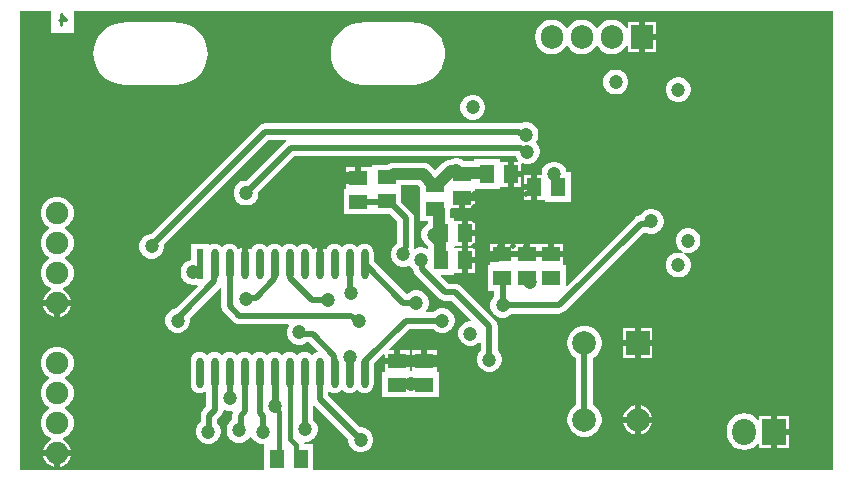
<source format=gbl>
G04*
G04 #@! TF.GenerationSoftware,Altium Limited,Altium Designer,22.2.1 (43)*
G04*
G04 Layer_Physical_Order=4*
G04 Layer_Color=16711680*
%FSLAX25Y25*%
%MOIN*%
G70*
G04*
G04 #@! TF.SameCoordinates,3A658960-9040-4E96-AE8A-DEED508C0D5D*
G04*
G04*
G04 #@! TF.FilePolarity,Positive*
G04*
G01*
G75*
%ADD10C,0.00984*%
%ADD15C,0.00866*%
%ADD20R,0.06300X0.05000*%
%ADD23R,0.05000X0.06300*%
%ADD52C,0.07874*%
%ADD53R,0.07874X0.07874*%
%ADD60C,0.01968*%
%ADD61C,0.03937*%
%ADD62C,0.01575*%
%ADD63C,0.02362*%
%ADD66R,0.07874X0.08661*%
%ADD67O,0.07874X0.08661*%
%ADD68O,0.07480X0.07874*%
%ADD69R,0.07480X0.07874*%
%ADD70C,0.07480*%
%ADD71C,0.01968*%
%ADD72C,0.04724*%
%ADD73R,0.02389X0.10228*%
G04:AMPARAMS|DCode=74|XSize=102.28mil|YSize=23.89mil|CornerRadius=11.95mil|HoleSize=0mil|Usage=FLASHONLY|Rotation=270.000|XOffset=0mil|YOffset=0mil|HoleType=Round|Shape=RoundedRectangle|*
%AMROUNDEDRECTD74*
21,1,0.10228,0.00000,0,0,270.0*
21,1,0.07839,0.02389,0,0,270.0*
1,1,0.02389,0.00000,-0.03919*
1,1,0.02389,0.00000,0.03919*
1,1,0.02389,0.00000,0.03919*
1,1,0.02389,0.00000,-0.03919*
%
%ADD74ROUNDEDRECTD74*%
G36*
X470133Y81048D02*
X296854D01*
Y89567D01*
X294034D01*
X293839Y89921D01*
X294139Y90354D01*
X294639D01*
X295690Y90636D01*
X296633Y91180D01*
X297402Y91950D01*
X297947Y92893D01*
X298228Y93944D01*
Y95032D01*
X297947Y96084D01*
X297402Y97026D01*
X296795Y97633D01*
Y102110D01*
X297295Y102317D01*
X308465Y91148D01*
Y90401D01*
X308746Y89349D01*
X309291Y88407D01*
X310060Y87637D01*
X311003Y87093D01*
X312054Y86811D01*
X313143D01*
X314194Y87093D01*
X315137Y87637D01*
X315906Y88407D01*
X316451Y89349D01*
X316732Y90401D01*
Y91489D01*
X316451Y92541D01*
X315906Y93483D01*
X315137Y94253D01*
X314194Y94797D01*
X313143Y95079D01*
X312396D01*
X301717Y105758D01*
Y106801D01*
X302217Y107048D01*
X302441Y106876D01*
X303163Y106577D01*
X303937Y106475D01*
X304711Y106577D01*
X305433Y106876D01*
X306053Y107351D01*
X306187Y107526D01*
X306687D01*
X306821Y107351D01*
X307441Y106876D01*
X308163Y106577D01*
X308937Y106475D01*
X309711Y106577D01*
X310433Y106876D01*
X311053Y107351D01*
X311187Y107526D01*
X311687D01*
X311822Y107351D01*
X312441Y106876D01*
X313163Y106577D01*
X313937Y106475D01*
X314711Y106577D01*
X315433Y106876D01*
X316053Y107351D01*
X316528Y107971D01*
X316827Y108692D01*
X316929Y109467D01*
Y116147D01*
X320191Y119410D01*
X320653Y119218D01*
Y118386D01*
X323803D01*
Y120886D01*
X322321D01*
X322129Y121348D01*
X328710Y127929D01*
X336697D01*
X337226Y127401D01*
X338168Y126857D01*
X339219Y126575D01*
X340308D01*
X341359Y126857D01*
X342302Y127401D01*
X343072Y128170D01*
X343616Y129113D01*
X343898Y130164D01*
Y131253D01*
X343616Y132304D01*
X343072Y133247D01*
X342302Y134017D01*
X341359Y134561D01*
X340308Y134843D01*
X339219D01*
X338168Y134561D01*
X337226Y134017D01*
X336697Y133488D01*
X334476D01*
X334285Y133950D01*
X334410Y134076D01*
X334955Y135019D01*
X335236Y136070D01*
Y137158D01*
X334955Y138210D01*
X334410Y139152D01*
X333641Y139922D01*
X332698Y140466D01*
X331647Y140748D01*
X330558D01*
X329507Y140466D01*
X328564Y139922D01*
X328036Y139394D01*
X327907D01*
X316929Y150372D01*
Y153352D01*
X316827Y154127D01*
X316528Y154848D01*
X316053Y155468D01*
X315433Y155943D01*
X314711Y156242D01*
X313937Y156344D01*
X313163Y156242D01*
X312441Y155943D01*
X311822Y155468D01*
X311687Y155293D01*
X311187D01*
X311053Y155468D01*
X310433Y155943D01*
X309711Y156242D01*
X308937Y156344D01*
X308163Y156242D01*
X307441Y155943D01*
X306821Y155468D01*
X306687Y155293D01*
X306187D01*
X306053Y155468D01*
X305433Y155943D01*
X304711Y156242D01*
X303937Y156344D01*
X303163Y156242D01*
X302441Y155943D01*
X301821Y155468D01*
X301346Y154848D01*
X301282Y154693D01*
X300718Y154638D01*
X300519Y154935D01*
X299937Y155324D01*
Y149433D01*
X297937D01*
Y155324D01*
X297355Y154935D01*
X297156Y154638D01*
X296592Y154693D01*
X296528Y154848D01*
X296053Y155468D01*
X295433Y155943D01*
X294711Y156242D01*
X293937Y156344D01*
X293163Y156242D01*
X292441Y155943D01*
X291822Y155468D01*
X291687Y155293D01*
X291187D01*
X291053Y155468D01*
X290433Y155943D01*
X289711Y156242D01*
X288937Y156344D01*
X288163Y156242D01*
X287441Y155943D01*
X286822Y155468D01*
X286687Y155293D01*
X286187D01*
X286053Y155468D01*
X285433Y155943D01*
X284711Y156242D01*
X283937Y156344D01*
X283163Y156242D01*
X282441Y155943D01*
X281821Y155468D01*
X281687Y155293D01*
X281187D01*
X281053Y155468D01*
X280433Y155943D01*
X279711Y156242D01*
X278937Y156344D01*
X278163Y156242D01*
X277441Y155943D01*
X276821Y155468D01*
X276346Y154848D01*
X276282Y154693D01*
X275718Y154638D01*
X275519Y154935D01*
X274937Y155324D01*
Y149433D01*
X272937D01*
Y155324D01*
X272355Y154935D01*
X272156Y154638D01*
X271592Y154693D01*
X271528Y154848D01*
X271053Y155468D01*
X270433Y155943D01*
X269711Y156242D01*
X268937Y156344D01*
X268163Y156242D01*
X267441Y155943D01*
X266822Y155468D01*
X266687Y155293D01*
X266187D01*
X266053Y155468D01*
X265433Y155943D01*
X264711Y156242D01*
X263937Y156344D01*
X263163Y156242D01*
X262441Y155943D01*
X262352Y155875D01*
X261903Y156096D01*
Y156319D01*
X255971D01*
Y150937D01*
X255097Y150703D01*
X254155Y150158D01*
X253385Y149389D01*
X252841Y148446D01*
X252559Y147395D01*
Y146306D01*
X252841Y145255D01*
X253385Y144312D01*
X254155Y143543D01*
X255097Y142998D01*
X255971Y142764D01*
Y142548D01*
X258042D01*
X258233Y142086D01*
X250987Y134840D01*
X250979Y134829D01*
X249979Y134561D01*
X249037Y134017D01*
X248267Y133247D01*
X247723Y132304D01*
X247441Y131253D01*
Y130164D01*
X247723Y129113D01*
X248267Y128170D01*
X249037Y127401D01*
X249979Y126857D01*
X251031Y126575D01*
X252119D01*
X253170Y126857D01*
X254113Y127401D01*
X254883Y128170D01*
X255427Y129113D01*
X255709Y130164D01*
Y131253D01*
X255614Y131605D01*
X265657Y141648D01*
X266157Y141440D01*
Y135394D01*
X266252Y134674D01*
X266530Y134004D01*
X266971Y133428D01*
X270082Y130318D01*
X270657Y129876D01*
X271328Y129598D01*
X272047Y129504D01*
X288353D01*
X288641Y129004D01*
X288274Y128367D01*
X287992Y127316D01*
Y126227D01*
X288274Y125176D01*
X288818Y124233D01*
X289588Y123464D01*
X290530Y122919D01*
X291582Y122638D01*
X292670D01*
X293722Y122919D01*
X294664Y123464D01*
X294665Y123465D01*
X295439D01*
X298247Y120657D01*
X298049Y120148D01*
X297441Y119896D01*
X296821Y119421D01*
X296687Y119245D01*
X296187D01*
X296053Y119421D01*
X295433Y119896D01*
X294711Y120195D01*
X293937Y120297D01*
X293163Y120195D01*
X292441Y119896D01*
X291822Y119421D01*
X291687Y119245D01*
X291187D01*
X291053Y119421D01*
X290433Y119896D01*
X289711Y120195D01*
X288937Y120297D01*
X288163Y120195D01*
X287441Y119896D01*
X286822Y119421D01*
X286687Y119245D01*
X286187D01*
X286053Y119421D01*
X285433Y119896D01*
X284711Y120195D01*
X283937Y120297D01*
X283163Y120195D01*
X282441Y119896D01*
X281821Y119421D01*
X281687Y119245D01*
X281187D01*
X281053Y119421D01*
X280433Y119896D01*
X279711Y120195D01*
X278937Y120297D01*
X278163Y120195D01*
X277441Y119896D01*
X276821Y119421D01*
X276687Y119245D01*
X276187D01*
X276053Y119421D01*
X275433Y119896D01*
X274711Y120195D01*
X273937Y120297D01*
X273163Y120195D01*
X272441Y119896D01*
X271821Y119421D01*
X271687Y119245D01*
X271187D01*
X271053Y119421D01*
X270433Y119896D01*
X269711Y120195D01*
X268937Y120297D01*
X268163Y120195D01*
X267441Y119896D01*
X266822Y119421D01*
X266687Y119245D01*
X266187D01*
X266053Y119421D01*
X265433Y119896D01*
X264711Y120195D01*
X263937Y120297D01*
X263163Y120195D01*
X262441Y119896D01*
X261822Y119421D01*
X261687Y119245D01*
X261187D01*
X261053Y119421D01*
X260433Y119896D01*
X259711Y120195D01*
X258937Y120297D01*
X258163Y120195D01*
X257441Y119896D01*
X256821Y119421D01*
X256346Y118801D01*
X256047Y118079D01*
X255945Y117305D01*
Y109467D01*
X256047Y108692D01*
X256346Y107971D01*
X256821Y107351D01*
X257441Y106876D01*
X258163Y106577D01*
X258937Y106475D01*
X259711Y106577D01*
X260433Y106876D01*
X260657Y107048D01*
X261157Y106801D01*
Y102096D01*
X260042Y100981D01*
X259601Y100406D01*
X259323Y99735D01*
X259228Y99016D01*
Y96964D01*
X258503Y96239D01*
X257959Y95296D01*
X257677Y94245D01*
Y93157D01*
X257959Y92105D01*
X258503Y91163D01*
X259273Y90393D01*
X260215Y89849D01*
X261267Y89567D01*
X262355D01*
X263407Y89849D01*
X264349Y90393D01*
X265119Y91163D01*
X265663Y92105D01*
X265945Y93157D01*
Y94245D01*
X265663Y95296D01*
X265119Y96239D01*
X264788Y96570D01*
Y97864D01*
X265902Y98979D01*
X266344Y99555D01*
X266622Y100225D01*
X266679Y100655D01*
X267198Y100932D01*
X267302Y100872D01*
X268353Y100591D01*
X269442D01*
X269757Y100675D01*
X269790Y100654D01*
X270096Y100248D01*
X269890Y99751D01*
X269795Y99031D01*
Y97567D01*
X269509Y97402D01*
X268739Y96633D01*
X268195Y95690D01*
X267913Y94639D01*
Y93550D01*
X268195Y92499D01*
X268739Y91556D01*
X269509Y90787D01*
X270452Y90242D01*
X271503Y89961D01*
X272591D01*
X273643Y90242D01*
X274586Y90787D01*
X275355Y91556D01*
X275592Y91967D01*
X275701Y91999D01*
X276159Y91949D01*
X276613Y91163D01*
X277383Y90393D01*
X278326Y89849D01*
X279377Y89567D01*
X280311D01*
Y81048D01*
X199159D01*
X199159Y233912D01*
X209489D01*
Y226575D01*
X217126D01*
Y233912D01*
X470133D01*
X470133Y81048D01*
D02*
G37*
%LPC*%
G36*
X396299Y230953D02*
X394860Y230764D01*
X393519Y230208D01*
X392368Y229325D01*
X391595Y228317D01*
X391460Y228277D01*
X391138D01*
X391003Y228317D01*
X390230Y229325D01*
X389079Y230208D01*
X387738Y230764D01*
X386299Y230953D01*
X384860Y230764D01*
X383520Y230208D01*
X382368Y229325D01*
X381595Y228317D01*
X381460Y228277D01*
X381138D01*
X381003Y228317D01*
X380230Y229325D01*
X379079Y230208D01*
X377738Y230764D01*
X376299Y230953D01*
X374860Y230764D01*
X373519Y230208D01*
X372368Y229325D01*
X371485Y228173D01*
X370929Y226833D01*
X370740Y225394D01*
Y225000D01*
X370929Y223561D01*
X371485Y222220D01*
X372368Y221069D01*
X373519Y220185D01*
X374860Y219630D01*
X376299Y219441D01*
X377738Y219630D01*
X379079Y220185D01*
X380230Y221069D01*
X381003Y222076D01*
X381138Y222117D01*
X381460D01*
X381595Y222076D01*
X382368Y221069D01*
X383520Y220185D01*
X384860Y219630D01*
X386299Y219441D01*
X387738Y219630D01*
X389079Y220185D01*
X390230Y221069D01*
X391003Y222076D01*
X391138Y222117D01*
X391460D01*
X391595Y222076D01*
X392368Y221069D01*
X393519Y220185D01*
X394860Y219630D01*
X396299Y219441D01*
X397738Y219630D01*
X399079Y220185D01*
X400230Y221069D01*
X401059Y222149D01*
X401559Y222097D01*
Y220260D01*
X405299D01*
Y225197D01*
Y230134D01*
X401559D01*
Y228296D01*
X401059Y228245D01*
X400230Y229325D01*
X399079Y230208D01*
X397738Y230764D01*
X396299Y230953D01*
D02*
G37*
G36*
X411039Y230134D02*
X407299D01*
Y226197D01*
X411039D01*
Y230134D01*
D02*
G37*
G36*
Y224197D02*
X407299D01*
Y220260D01*
X411039D01*
Y224197D01*
D02*
G37*
G36*
X330315Y230072D02*
X312992D01*
X312888Y230051D01*
X311369Y229932D01*
X309786Y229552D01*
X308282Y228929D01*
X306894Y228078D01*
X305656Y227021D01*
X304599Y225783D01*
X303748Y224395D01*
X303125Y222891D01*
X302745Y221308D01*
X302618Y219685D01*
X302745Y218062D01*
X303125Y216479D01*
X303748Y214975D01*
X304599Y213587D01*
X305656Y212349D01*
X306894Y211292D01*
X308282Y210441D01*
X309786Y209818D01*
X311369Y209438D01*
X312888Y209319D01*
X312992Y209298D01*
X330315D01*
X330419Y209319D01*
X331938Y209438D01*
X333521Y209818D01*
X335025Y210441D01*
X336413Y211292D01*
X337651Y212349D01*
X338708Y213587D01*
X339559Y214975D01*
X340182Y216479D01*
X340562Y218062D01*
X340689Y219685D01*
X340562Y221308D01*
X340182Y222891D01*
X339559Y224395D01*
X338708Y225783D01*
X337651Y227021D01*
X336413Y228078D01*
X335025Y228929D01*
X333521Y229552D01*
X331938Y229932D01*
X330419Y230051D01*
X330315Y230072D01*
D02*
G37*
G36*
X251181D02*
X233858D01*
X233754Y230051D01*
X232235Y229932D01*
X230652Y229552D01*
X229148Y228929D01*
X227760Y228078D01*
X226522Y227021D01*
X225465Y225783D01*
X224615Y224395D01*
X223991Y222891D01*
X223611Y221308D01*
X223484Y219685D01*
X223611Y218062D01*
X223991Y216479D01*
X224615Y214975D01*
X225465Y213587D01*
X226522Y212349D01*
X227760Y211292D01*
X229148Y210441D01*
X230652Y209818D01*
X232235Y209438D01*
X233754Y209319D01*
X233858Y209298D01*
X251181D01*
X251285Y209319D01*
X252804Y209438D01*
X254387Y209818D01*
X255891Y210441D01*
X257279Y211292D01*
X258517Y212349D01*
X259574Y213587D01*
X260425Y214975D01*
X261048Y216479D01*
X261428Y218062D01*
X261556Y219685D01*
X261428Y221308D01*
X261048Y222891D01*
X260425Y224395D01*
X259574Y225783D01*
X258517Y227021D01*
X257279Y228078D01*
X255891Y228929D01*
X254387Y229552D01*
X252804Y229932D01*
X251285Y230051D01*
X251181Y230072D01*
D02*
G37*
G36*
X398182Y214370D02*
X397094D01*
X396042Y214088D01*
X395100Y213544D01*
X394330Y212774D01*
X393786Y211832D01*
X393504Y210781D01*
Y209692D01*
X393786Y208641D01*
X394330Y207698D01*
X395100Y206928D01*
X396042Y206384D01*
X397094Y206102D01*
X398182D01*
X399233Y206384D01*
X400176Y206928D01*
X400946Y207698D01*
X401490Y208641D01*
X401772Y209692D01*
Y210781D01*
X401490Y211832D01*
X400946Y212774D01*
X400176Y213544D01*
X399233Y214088D01*
X398182Y214370D01*
D02*
G37*
G36*
X419048Y211815D02*
X417960D01*
X416908Y211533D01*
X415966Y210989D01*
X415196Y210219D01*
X414652Y209277D01*
X414370Y208225D01*
Y207137D01*
X414652Y206085D01*
X415196Y205143D01*
X415966Y204373D01*
X416908Y203829D01*
X417960Y203547D01*
X419048D01*
X420099Y203829D01*
X421042Y204373D01*
X421812Y205143D01*
X422356Y206085D01*
X422638Y207137D01*
Y208225D01*
X422356Y209277D01*
X421812Y210219D01*
X421042Y210989D01*
X420099Y211533D01*
X419048Y211815D01*
D02*
G37*
G36*
X350545Y205909D02*
X349456D01*
X348405Y205628D01*
X347462Y205083D01*
X346692Y204314D01*
X346148Y203371D01*
X345866Y202320D01*
Y201231D01*
X346148Y200180D01*
X346692Y199237D01*
X347462Y198468D01*
X348405Y197924D01*
X349456Y197642D01*
X350545D01*
X351596Y197924D01*
X352539Y198468D01*
X353308Y199237D01*
X353853Y200180D01*
X354134Y201231D01*
Y202320D01*
X353853Y203371D01*
X353308Y204314D01*
X352539Y205083D01*
X351596Y205628D01*
X350545Y205909D01*
D02*
G37*
G36*
X368248Y196836D02*
X367159D01*
X366108Y196554D01*
X365830Y196394D01*
X365172Y196481D01*
X280709D01*
X279989Y196386D01*
X279319Y196108D01*
X278743Y195666D01*
X242723Y159646D01*
X242369D01*
X241318Y159364D01*
X240375Y158820D01*
X239605Y158050D01*
X239061Y157107D01*
X238779Y156056D01*
Y154968D01*
X239061Y153916D01*
X239605Y152974D01*
X240375Y152204D01*
X241318Y151660D01*
X242369Y151378D01*
X243458D01*
X244509Y151660D01*
X245452Y152204D01*
X246221Y152974D01*
X246765Y153916D01*
X247047Y154968D01*
Y156056D01*
X247036Y156097D01*
X281860Y190921D01*
X287582D01*
X287752Y190421D01*
X287405Y190155D01*
X274612Y177362D01*
X273865D01*
X272814Y177081D01*
X271871Y176536D01*
X271101Y175767D01*
X270557Y174824D01*
X270276Y173773D01*
Y172684D01*
X270557Y171633D01*
X271101Y170690D01*
X271871Y169921D01*
X272814Y169376D01*
X273865Y169095D01*
X274954D01*
X276005Y169376D01*
X276948Y169921D01*
X277717Y170690D01*
X278262Y171633D01*
X278543Y172684D01*
Y173431D01*
X290522Y185409D01*
X364260D01*
X364802Y184470D01*
X365094Y184178D01*
X364887Y183678D01*
X363661D01*
Y180528D01*
X366161D01*
Y182844D01*
X366661Y183116D01*
X367566Y182874D01*
X368654D01*
X369706Y183156D01*
X370649Y183700D01*
X371418Y184470D01*
X371962Y185412D01*
X372244Y186464D01*
Y187552D01*
X371962Y188603D01*
X371418Y189546D01*
X370906Y190058D01*
X371011Y190164D01*
X371556Y191106D01*
X371837Y192158D01*
Y193246D01*
X371556Y194298D01*
X371011Y195240D01*
X370242Y196010D01*
X369299Y196554D01*
X368248Y196836D01*
D02*
G37*
G36*
X345032Y184843D02*
X343944D01*
X342893Y184561D01*
X342473Y184319D01*
X341586Y184202D01*
X340676Y183825D01*
X339895Y183226D01*
X337402Y180732D01*
X335939Y182195D01*
X335157Y182795D01*
X334248Y183171D01*
X333271Y183300D01*
X323622D01*
X322646Y183171D01*
X321736Y182795D01*
X321588Y182681D01*
X316338D01*
Y182143D01*
X315961Y181846D01*
X315838Y181846D01*
X312811D01*
Y178347D01*
X311811D01*
Y177347D01*
X307661D01*
Y175118D01*
X307661Y174846D01*
X307256Y174618D01*
X306889D01*
Y166075D01*
X316733D01*
Y166138D01*
X322250D01*
X324779Y163609D01*
Y156379D01*
X324233Y156064D01*
X323464Y155294D01*
X322920Y154351D01*
X322638Y153300D01*
Y152212D01*
X322920Y151160D01*
X323464Y150218D01*
X324233Y149448D01*
X325176Y148904D01*
X326227Y148622D01*
X327316D01*
X328367Y148904D01*
X328839Y149176D01*
X329255Y148457D01*
X330025Y147687D01*
X330172Y147602D01*
X330243Y147061D01*
X330521Y146391D01*
X330962Y145815D01*
X338586Y138192D01*
X339161Y137750D01*
X339832Y137472D01*
X340551Y137378D01*
X342943D01*
X349309Y131012D01*
X349102Y130512D01*
X348668D01*
X347617Y130230D01*
X346674Y129686D01*
X345905Y128916D01*
X345360Y127974D01*
X345079Y126922D01*
Y125834D01*
X345360Y124782D01*
X345905Y123840D01*
X346674Y123070D01*
X347617Y122526D01*
X348668Y122244D01*
X349757D01*
X350808Y122526D01*
X351751Y123070D01*
X352232Y123551D01*
X352732Y123344D01*
Y120783D01*
X352204Y120255D01*
X351660Y119312D01*
X351378Y118261D01*
Y117172D01*
X351660Y116121D01*
X352204Y115178D01*
X352974Y114409D01*
X353916Y113864D01*
X354968Y113583D01*
X356056D01*
X357107Y113864D01*
X358050Y114409D01*
X358820Y115178D01*
X359364Y116121D01*
X359646Y117172D01*
Y118261D01*
X359364Y119312D01*
X358820Y120255D01*
X358292Y120783D01*
Y128740D01*
X358197Y129460D01*
X357919Y130130D01*
X357477Y130706D01*
X346060Y142123D01*
X345484Y142565D01*
X344814Y142842D01*
X344094Y142937D01*
X341703D01*
X339236Y145404D01*
X339427Y145866D01*
X343579D01*
Y146232D01*
X343807Y146637D01*
X344079Y146637D01*
X346307D01*
Y150787D01*
Y154937D01*
X344079D01*
X343912Y154937D01*
X343695Y155315D01*
X343912Y155693D01*
X344079Y155693D01*
X346307D01*
Y159843D01*
Y163993D01*
X344079D01*
X343807Y163993D01*
X343579Y164398D01*
Y164764D01*
X342535D01*
X342420Y165642D01*
X342355Y165796D01*
Y167516D01*
X342346Y167590D01*
X342666Y168090D01*
X345457D01*
Y171591D01*
X346457D01*
Y172591D01*
X350607D01*
Y174606D01*
X358933D01*
Y174972D01*
X359161Y175378D01*
X359433Y175378D01*
X361661D01*
Y179528D01*
Y183678D01*
X359433D01*
X359161Y183678D01*
X358933Y184083D01*
Y184449D01*
X350390D01*
Y183862D01*
X347181D01*
X347026Y184017D01*
X346084Y184561D01*
X345032Y184843D01*
D02*
G37*
G36*
X310811Y181846D02*
X307661D01*
Y179347D01*
X310811D01*
Y181846D01*
D02*
G37*
G36*
X369409Y179347D02*
X366910D01*
Y176197D01*
X369409D01*
Y179347D01*
D02*
G37*
G36*
X366161Y178528D02*
X363661D01*
Y175378D01*
X366161D01*
Y178528D01*
D02*
G37*
G36*
X369409Y174197D02*
X366910D01*
Y171047D01*
X369409D01*
Y174197D01*
D02*
G37*
G36*
X377611Y183661D02*
X376523D01*
X375471Y183380D01*
X374529Y182835D01*
X373759Y182066D01*
X373215Y181123D01*
X372933Y180072D01*
Y179347D01*
X371410D01*
Y175197D01*
Y171047D01*
X373909D01*
X374138Y170641D01*
Y170275D01*
X382681D01*
Y180119D01*
X381188D01*
X380919Y181123D01*
X380375Y182066D01*
X379605Y182835D01*
X378662Y183380D01*
X377611Y183661D01*
D02*
G37*
G36*
X350607Y170591D02*
X347457D01*
Y168090D01*
X350607D01*
Y170591D01*
D02*
G37*
G36*
X348307Y163993D02*
Y160843D01*
X350807D01*
Y163993D01*
X348307D01*
D02*
G37*
G36*
X409993Y167913D02*
X408905D01*
X407853Y167632D01*
X406911Y167087D01*
X406141Y166318D01*
X405819Y165760D01*
X405186Y165677D01*
X404516Y165399D01*
X403940Y164958D01*
X381368Y142385D01*
X380906Y142577D01*
Y149091D01*
X380540D01*
X380134Y149319D01*
X380134Y149591D01*
Y151819D01*
X375984D01*
Y152819D01*
X374984D01*
Y156319D01*
X369110D01*
Y152819D01*
X367110D01*
Y156319D01*
X363993D01*
Y156382D01*
X360842D01*
Y152882D01*
X359842D01*
Y151882D01*
X355693D01*
Y149653D01*
X355693Y149382D01*
X355287Y149153D01*
X354921D01*
Y140610D01*
X357161D01*
Y138893D01*
X356633Y138365D01*
X356089Y137422D01*
X355807Y136371D01*
Y135283D01*
X356089Y134231D01*
X356633Y133289D01*
X357403Y132519D01*
X358345Y131975D01*
X359397Y131693D01*
X360485D01*
X361537Y131975D01*
X362479Y132519D01*
X363007Y133047D01*
X378740D01*
X379460Y133142D01*
X380130Y133420D01*
X380706Y133861D01*
X407057Y160212D01*
X407360D01*
X407853Y159927D01*
X408905Y159646D01*
X409993D01*
X411044Y159927D01*
X411987Y160472D01*
X412757Y161241D01*
X413301Y162184D01*
X413583Y163235D01*
Y164324D01*
X413301Y165375D01*
X412757Y166318D01*
X411987Y167087D01*
X411044Y167632D01*
X409993Y167913D01*
D02*
G37*
G36*
X350807Y158843D02*
X348307D01*
Y155693D01*
X350807D01*
Y158843D01*
D02*
G37*
G36*
X358842Y156382D02*
X355693D01*
Y153882D01*
X358842D01*
Y156382D01*
D02*
G37*
G36*
X380134Y156319D02*
X376984D01*
Y153819D01*
X380134D01*
Y156319D01*
D02*
G37*
G36*
X422292Y161516D02*
X421203D01*
X420152Y161235D01*
X419209Y160691D01*
X418439Y159921D01*
X417895Y158978D01*
X417613Y157927D01*
Y156838D01*
X417895Y155787D01*
X418439Y154844D01*
X419209Y154075D01*
X419951Y153646D01*
X420029Y153601D01*
X419836Y153135D01*
X419760Y153156D01*
X419048Y153347D01*
X417960D01*
X416908Y153065D01*
X415966Y152521D01*
X415196Y151751D01*
X414652Y150808D01*
X414370Y149757D01*
Y148668D01*
X414652Y147617D01*
X415196Y146674D01*
X415966Y145905D01*
X416908Y145361D01*
X417960Y145079D01*
X419048D01*
X420099Y145361D01*
X421042Y145905D01*
X421812Y146674D01*
X422356Y147617D01*
X422638Y148668D01*
Y149757D01*
X422356Y150808D01*
X421812Y151751D01*
X421042Y152521D01*
X420300Y152949D01*
X420222Y152994D01*
X420415Y153460D01*
X420491Y153440D01*
X421203Y153249D01*
X422292D01*
X423343Y153531D01*
X424286Y154075D01*
X425055Y154844D01*
X425599Y155787D01*
X425881Y156838D01*
Y157927D01*
X425599Y158978D01*
X425055Y159921D01*
X424286Y160691D01*
X423343Y161235D01*
X422292Y161516D01*
D02*
G37*
G36*
X348307Y154937D02*
Y151787D01*
X350807D01*
Y154937D01*
X348307D01*
D02*
G37*
G36*
X350807Y149787D02*
X348307D01*
Y146637D01*
X350807D01*
Y149787D01*
D02*
G37*
G36*
X212143Y172047D02*
X210692D01*
X209290Y171672D01*
X208033Y170946D01*
X207007Y169920D01*
X206281Y168663D01*
X205906Y167261D01*
Y165810D01*
X206281Y164408D01*
X207007Y163151D01*
X208033Y162125D01*
X208621Y161785D01*
Y161285D01*
X208033Y160946D01*
X207007Y159920D01*
X206281Y158663D01*
X205906Y157261D01*
Y155810D01*
X206281Y154408D01*
X207007Y153151D01*
X208033Y152125D01*
X208621Y151785D01*
Y151285D01*
X208033Y150946D01*
X207007Y149920D01*
X206281Y148663D01*
X205906Y147261D01*
Y145810D01*
X206281Y144408D01*
X207007Y143151D01*
X208033Y142125D01*
X209290Y141399D01*
X209340Y141386D01*
X209409Y140850D01*
X208507Y140329D01*
X207624Y139446D01*
X207000Y138365D01*
X206778Y137535D01*
X211417D01*
X216057D01*
X215834Y138365D01*
X215210Y139446D01*
X214328Y140329D01*
X213425Y140850D01*
X213495Y141386D01*
X213545Y141399D01*
X214802Y142125D01*
X215828Y143151D01*
X216553Y144408D01*
X216929Y145810D01*
Y147261D01*
X216553Y148663D01*
X215828Y149920D01*
X214802Y150946D01*
X214214Y151285D01*
Y151785D01*
X214802Y152125D01*
X215828Y153151D01*
X216553Y154408D01*
X216929Y155810D01*
Y157261D01*
X216553Y158663D01*
X215828Y159920D01*
X214802Y160946D01*
X214214Y161285D01*
Y161785D01*
X214802Y162125D01*
X215828Y163151D01*
X216553Y164408D01*
X216929Y165810D01*
Y167261D01*
X216553Y168663D01*
X215828Y169920D01*
X214802Y170946D01*
X213545Y171672D01*
X212143Y172047D01*
D02*
G37*
G36*
X210417Y135535D02*
X206778D01*
X207000Y134706D01*
X207624Y133625D01*
X208507Y132742D01*
X209588Y132118D01*
X210417Y131896D01*
Y135535D01*
D02*
G37*
G36*
X216057D02*
X212417D01*
Y131896D01*
X213247Y132118D01*
X214328Y132742D01*
X215210Y133625D01*
X215834Y134706D01*
X216057Y135535D01*
D02*
G37*
G36*
X409858Y128165D02*
X405921D01*
Y124228D01*
X409858D01*
Y128165D01*
D02*
G37*
G36*
X403921D02*
X399984D01*
Y124228D01*
X403921D01*
Y128165D01*
D02*
G37*
G36*
X338008Y120886D02*
X334858D01*
Y118386D01*
X338008D01*
Y120886D01*
D02*
G37*
G36*
X328953D02*
X325803D01*
Y118386D01*
X328953D01*
Y120886D01*
D02*
G37*
G36*
X332858D02*
X329708D01*
Y118386D01*
X332858D01*
Y120886D01*
D02*
G37*
G36*
X409858Y122228D02*
X405921D01*
Y118291D01*
X409858D01*
Y122228D01*
D02*
G37*
G36*
X403921D02*
X399984D01*
Y118291D01*
X403921D01*
Y122228D01*
D02*
G37*
G36*
X338008Y116386D02*
X333858D01*
X329708D01*
X329708Y113991D01*
X329331Y113774D01*
X328953Y113991D01*
X328953Y114157D01*
Y116386D01*
X324803D01*
X320653D01*
Y114157D01*
X320653Y113886D01*
X320248Y113657D01*
X319882D01*
Y105114D01*
X338780D01*
Y113657D01*
X338414D01*
X338008Y113886D01*
X338008Y114157D01*
Y116386D01*
D02*
G37*
G36*
X405921Y102481D02*
Y98638D01*
X409764D01*
X409522Y99543D01*
X408872Y100669D01*
X407953Y101588D01*
X406827Y102238D01*
X405921Y102481D01*
D02*
G37*
G36*
X403921D02*
X403016Y102238D01*
X401890Y101588D01*
X400971Y100669D01*
X400321Y99543D01*
X400078Y98638D01*
X403921D01*
Y102481D01*
D02*
G37*
G36*
X455331Y99032D02*
X451394D01*
Y94701D01*
X455331D01*
Y99032D01*
D02*
G37*
G36*
X409764Y96638D02*
X405921D01*
Y92795D01*
X406827Y93037D01*
X407953Y93687D01*
X408872Y94606D01*
X409522Y95732D01*
X409764Y96638D01*
D02*
G37*
G36*
X403921D02*
X400078D01*
X400321Y95732D01*
X400971Y94606D01*
X401890Y93687D01*
X403016Y93037D01*
X403921Y92795D01*
Y96638D01*
D02*
G37*
G36*
X387956Y128937D02*
X386453D01*
X385001Y128548D01*
X383699Y127796D01*
X382637Y126734D01*
X381885Y125432D01*
X381496Y123980D01*
Y122477D01*
X381885Y121025D01*
X382637Y119723D01*
X383699Y118660D01*
X384425Y118241D01*
Y102625D01*
X383699Y102206D01*
X382637Y101143D01*
X381885Y99841D01*
X381496Y98389D01*
Y96886D01*
X381885Y95434D01*
X382637Y94133D01*
X383699Y93070D01*
X385001Y92318D01*
X386453Y91929D01*
X387956D01*
X389408Y92318D01*
X390710Y93070D01*
X391773Y94133D01*
X392524Y95434D01*
X392913Y96886D01*
Y98389D01*
X392524Y99841D01*
X391773Y101143D01*
X390710Y102206D01*
X389984Y102625D01*
Y118241D01*
X390710Y118660D01*
X391773Y119723D01*
X392524Y121025D01*
X392913Y122477D01*
Y123980D01*
X392524Y125432D01*
X391773Y126734D01*
X390710Y127796D01*
X389408Y128548D01*
X387956Y128937D01*
D02*
G37*
G36*
X455331Y92701D02*
X451394D01*
Y88370D01*
X455331D01*
Y92701D01*
D02*
G37*
G36*
X440394Y99852D02*
X438903Y99656D01*
X437515Y99081D01*
X436322Y98166D01*
X435407Y96973D01*
X434832Y95585D01*
X434636Y94095D01*
Y93307D01*
X434832Y91817D01*
X435407Y90428D01*
X436322Y89236D01*
X437515Y88321D01*
X438903Y87745D01*
X440394Y87549D01*
X441884Y87745D01*
X443273Y88321D01*
X444465Y89236D01*
X444957Y89876D01*
X445457Y89706D01*
Y88370D01*
X449394D01*
Y93701D01*
Y99032D01*
X445457D01*
Y97695D01*
X444957Y97525D01*
X444465Y98166D01*
X443273Y99081D01*
X441884Y99656D01*
X440394Y99852D01*
D02*
G37*
G36*
X212143Y122047D02*
X210692D01*
X209290Y121672D01*
X208033Y120946D01*
X207007Y119920D01*
X206281Y118663D01*
X205906Y117261D01*
Y115810D01*
X206281Y114408D01*
X207007Y113151D01*
X208033Y112125D01*
X208621Y111785D01*
Y111285D01*
X208033Y110946D01*
X207007Y109920D01*
X206281Y108663D01*
X205906Y107261D01*
Y105810D01*
X206281Y104408D01*
X207007Y103151D01*
X208033Y102125D01*
X208621Y101785D01*
Y101285D01*
X208033Y100946D01*
X207007Y99920D01*
X206281Y98663D01*
X205906Y97261D01*
Y95810D01*
X206281Y94408D01*
X207007Y93151D01*
X208033Y92125D01*
X209290Y91399D01*
X209340Y91386D01*
X209409Y90850D01*
X208507Y90329D01*
X207624Y89446D01*
X207000Y88365D01*
X206778Y87536D01*
X211417D01*
X216057D01*
X215834Y88365D01*
X215210Y89446D01*
X214328Y90329D01*
X213425Y90850D01*
X213495Y91386D01*
X213545Y91399D01*
X214802Y92125D01*
X215828Y93151D01*
X216553Y94408D01*
X216929Y95810D01*
Y97261D01*
X216553Y98663D01*
X215828Y99920D01*
X214802Y100946D01*
X214214Y101285D01*
Y101785D01*
X214802Y102125D01*
X215828Y103151D01*
X216553Y104408D01*
X216929Y105810D01*
Y107261D01*
X216553Y108663D01*
X215828Y109920D01*
X214802Y110946D01*
X214214Y111285D01*
Y111785D01*
X214802Y112125D01*
X215828Y113151D01*
X216553Y114408D01*
X216929Y115810D01*
Y117261D01*
X216553Y118663D01*
X215828Y119920D01*
X214802Y120946D01*
X213545Y121672D01*
X212143Y122047D01*
D02*
G37*
G36*
X210417Y85536D02*
X206778D01*
X207000Y84706D01*
X207624Y83625D01*
X208507Y82742D01*
X209588Y82118D01*
X210417Y81896D01*
Y85536D01*
D02*
G37*
G36*
X216057D02*
X212417D01*
Y81896D01*
X213247Y82118D01*
X214328Y82742D01*
X215210Y83625D01*
X215834Y84706D01*
X216057Y85536D01*
D02*
G37*
%LPD*%
G36*
X332480Y174984D02*
Y171776D01*
Y163776D01*
X334983D01*
X335003Y163727D01*
Y162978D01*
X334462Y162666D01*
X333692Y161896D01*
X333148Y160954D01*
X332866Y159902D01*
Y158814D01*
X333148Y157762D01*
X333692Y156820D01*
X334462Y156050D01*
X335035Y155719D01*
Y154841D01*
X334602Y154591D01*
X334158Y154847D01*
X333107Y155129D01*
X332018D01*
X330967Y154847D01*
X330684Y154683D01*
X330307Y155043D01*
X330339Y155287D01*
Y164760D01*
X330244Y165480D01*
X329966Y166150D01*
X329525Y166726D01*
X326182Y170069D01*
Y174138D01*
Y175755D01*
X331709D01*
X332480Y174984D01*
D02*
G37*
D10*
X368898Y143701D02*
Y144032D01*
X368110Y144819D02*
X368898Y144032D01*
D15*
X212717Y229213D02*
Y232755D01*
X214488Y230984D01*
X212127D01*
D20*
X311811Y178347D02*
D03*
Y170346D02*
D03*
X321260Y170410D02*
D03*
Y178410D02*
D03*
X346457Y179590D02*
D03*
Y171590D02*
D03*
X337402Y168047D02*
D03*
Y176047D02*
D03*
X359842Y144882D02*
D03*
Y152882D02*
D03*
X368110Y144819D02*
D03*
Y152819D02*
D03*
X375984Y144819D02*
D03*
Y152819D02*
D03*
X333858Y117386D02*
D03*
Y109386D02*
D03*
X324803Y117386D02*
D03*
Y109386D02*
D03*
D23*
X354661Y179528D02*
D03*
X362661D02*
D03*
X378410Y175197D02*
D03*
X370409D02*
D03*
X339307Y159843D02*
D03*
X347307D02*
D03*
X339307Y150787D02*
D03*
X347307D02*
D03*
X284583Y84646D02*
D03*
X292583D02*
D03*
D52*
X404921Y97638D02*
D03*
X387205D02*
D03*
Y123228D02*
D03*
D53*
X404921D02*
D03*
D60*
X274410Y173228D02*
X289370Y188189D01*
X309490Y132283D02*
X311242Y130532D01*
X268937Y135394D02*
X272047Y132283D01*
X309490D01*
X311242Y130532D02*
X311988D01*
X292653Y126244D02*
X296590D01*
X292126Y126772D02*
X292653Y126244D01*
X289370Y188189D02*
X366183D01*
X367365Y187008D02*
X368110D01*
X366183Y188189D02*
X367365Y187008D01*
X327559Y130709D02*
X339764D01*
X314131Y117385D02*
X314261Y117515D01*
X314366D01*
X313937Y113386D02*
X314131Y113580D01*
Y117385D01*
X314366Y117515D02*
X327559Y130709D01*
X308937Y113386D02*
Y118386D01*
X309055Y118504D01*
X278898Y100039D02*
Y104738D01*
X278937Y104777D01*
X278898Y100039D02*
X279921Y99016D01*
X278937Y104777D02*
Y113386D01*
X301378Y137598D02*
X301575Y137402D01*
X296260Y137598D02*
X301378D01*
X326772Y152756D02*
X327299Y153283D01*
Y155027D01*
X321910Y170410D02*
X327559Y164760D01*
Y155287D02*
Y164760D01*
X327299Y155027D02*
X327559Y155287D01*
X377594Y176012D02*
Y179000D01*
X377067Y179528D02*
X377594Y179000D01*
Y176012D02*
X378410Y175197D01*
X378740Y135827D02*
X405905Y162992D01*
X359941Y135827D02*
X378740D01*
X332928Y147781D02*
Y150629D01*
X340551Y140157D02*
X344094D01*
X332928Y147781D02*
X340551Y140157D01*
X332563Y150995D02*
X332928Y150629D01*
X344094Y140157D02*
X355512Y128740D01*
Y117717D02*
Y128740D01*
X359842Y144882D02*
X359941Y144783D01*
Y135827D02*
Y144783D01*
X279921Y93701D02*
Y99016D01*
X294016Y94567D02*
Y113307D01*
Y94567D02*
X294094Y94488D01*
X293937Y113386D02*
X294016Y113307D01*
X273937Y157402D02*
X277953Y161417D01*
X294213D02*
X298937Y156693D01*
X277953Y161417D02*
X294213D01*
X242913Y155905D02*
X280709Y193701D01*
X242913Y155512D02*
Y155905D01*
X273937Y149433D02*
Y157402D01*
X283857Y144486D02*
Y149353D01*
X274937Y138323D02*
X277693D01*
X283857Y144486D01*
Y149353D02*
X283937Y149433D01*
X274410Y137795D02*
X274937Y138323D01*
X359874Y152850D02*
X375953D01*
X353740Y151378D02*
X358338D01*
X359842Y152882D01*
X353150Y150787D02*
X353740Y151378D01*
X347307Y150787D02*
X353150D01*
X375953Y152850D02*
X375984Y152819D01*
X359842Y152882D02*
X359874Y152850D01*
X387205Y97638D02*
Y123228D01*
X298937Y149433D02*
Y156693D01*
X308922Y149418D02*
X308937Y149433D01*
X308922Y140291D02*
Y149418D01*
Y140291D02*
X309449Y139764D01*
X326756Y136614D02*
X331102D01*
X313937Y149433D02*
X326756Y136614D01*
X365644Y193229D02*
X367176D01*
X367704Y192702D01*
X365172Y193701D02*
X365644Y193229D01*
X280709Y193701D02*
X365172D01*
X252953Y132874D02*
X263857Y143778D01*
X251575Y130709D02*
Y131454D01*
X263857Y149353D02*
X263937Y149433D01*
X263857Y143778D02*
Y149353D01*
X252953Y132832D02*
Y132874D01*
X251575Y131454D02*
X252953Y132832D01*
X405905Y162992D02*
X408661D01*
X409449Y163779D01*
X321260Y170410D02*
X321910D01*
X311842Y170378D02*
X321228D01*
X311811Y170346D02*
X311842Y170378D01*
X321228D02*
X321260Y170410D01*
X268937Y135394D02*
Y149433D01*
X289018Y144841D02*
X296260Y137598D01*
X303856Y113466D02*
X303937Y113386D01*
X303856Y113466D02*
Y118978D01*
X296590Y126244D02*
X303856Y118978D01*
X288937Y149433D02*
X289018Y149353D01*
Y144841D02*
Y149353D01*
X262008Y99016D02*
X263937Y100945D01*
X261811Y93701D02*
X262008Y93898D01*
Y99016D01*
X273937Y100394D02*
Y113386D01*
X272047Y94095D02*
X272574Y94622D01*
Y99031D01*
X273937Y100394D01*
X298937Y104606D02*
X312598Y90945D01*
X298937Y104606D02*
Y113386D01*
X268898Y104724D02*
X268937Y104764D01*
Y113386D01*
X263937Y100945D02*
Y113386D01*
D61*
X345489Y179921D02*
X355055D01*
X344701Y180709D02*
X345489Y179921D01*
X344488Y180709D02*
X344701D01*
X303937Y178347D02*
X311811D01*
X298031Y172441D02*
X303937Y178347D01*
X339097Y150998D02*
X339307Y150787D01*
X337151Y158994D02*
X339097Y157048D01*
X337000Y159358D02*
X337911Y158447D01*
X339097Y150998D02*
Y157048D01*
X337151Y158994D02*
X337258Y159101D01*
X337000Y159358D02*
X337151Y159509D01*
X338973D01*
X333858Y117386D02*
X334164Y117080D01*
X340401D01*
X340551Y116929D01*
X324803Y117386D02*
X333858D01*
X338973Y159509D02*
X339307Y159843D01*
X338776Y160374D02*
X339307Y159843D01*
X338583Y164858D02*
Y167516D01*
X338052Y168047D02*
X338583Y167516D01*
X338776Y160374D02*
Y164665D01*
X338583Y164858D02*
X338776Y164665D01*
X337402Y168047D02*
X338052D01*
X323622Y179528D02*
X333271D01*
X336752Y176047D02*
X337402D01*
X333271Y179528D02*
X336752Y176047D01*
X338052D02*
X342562Y180558D01*
X344338D01*
X337402Y176047D02*
X338052D01*
X344338Y180558D02*
X344488Y180709D01*
D62*
X284583Y84646D02*
X285433Y85496D01*
Y100093D01*
X284016Y101510D02*
Y102362D01*
Y101510D02*
X285433Y100093D01*
X288937Y91378D02*
X291206Y89109D01*
Y86023D02*
X292583Y84646D01*
X291206Y86023D02*
Y89109D01*
X288937Y91378D02*
Y113386D01*
D63*
X283942Y102436D02*
Y113381D01*
Y102436D02*
X284016Y102362D01*
X283937Y113386D02*
X283942Y113381D01*
D66*
X450394Y93701D02*
D03*
D67*
X440394D02*
D03*
D68*
X376299Y225197D02*
D03*
X386299D02*
D03*
X396299D02*
D03*
D69*
X406299D02*
D03*
D70*
X211417Y136535D02*
D03*
Y146535D02*
D03*
Y156535D02*
D03*
Y166535D02*
D03*
Y86535D02*
D03*
Y96535D02*
D03*
Y106535D02*
D03*
Y116535D02*
D03*
D71*
X288467Y173532D02*
D03*
X280593D02*
D03*
X268782Y197154D02*
D03*
X245160D02*
D03*
X237286D02*
D03*
X260908D02*
D03*
X276656D02*
D03*
X253034D02*
D03*
X328133Y125993D02*
D03*
X465633Y228650D02*
D03*
Y181406D02*
D03*
Y165658D02*
D03*
Y149910D02*
D03*
Y134162D02*
D03*
Y118414D02*
D03*
Y102666D02*
D03*
Y86918D02*
D03*
X457759Y228650D02*
D03*
X461696Y220776D02*
D03*
Y205028D02*
D03*
Y142036D02*
D03*
X457759Y134162D02*
D03*
X461696Y126288D02*
D03*
X457759Y118414D02*
D03*
X461696Y110540D02*
D03*
X457759Y102666D02*
D03*
X461696Y94792D02*
D03*
X457759Y86918D02*
D03*
X449885Y228650D02*
D03*
X453822Y220776D02*
D03*
Y205028D02*
D03*
X449885Y165658D02*
D03*
X453822Y157784D02*
D03*
X449885Y86918D02*
D03*
X442011Y228650D02*
D03*
X445948Y220776D02*
D03*
Y189280D02*
D03*
X442011Y134162D02*
D03*
X445948Y110540D02*
D03*
X434137Y228650D02*
D03*
X438074Y220776D02*
D03*
X434137Y212902D02*
D03*
Y197154D02*
D03*
X438074Y189280D02*
D03*
X434137Y118414D02*
D03*
Y102666D02*
D03*
Y86918D02*
D03*
X426263Y228650D02*
D03*
X430200Y220776D02*
D03*
X426263Y212902D02*
D03*
X430200Y189280D02*
D03*
X426263Y149910D02*
D03*
Y118414D02*
D03*
X430200Y110540D02*
D03*
X426263Y102666D02*
D03*
X430200Y94792D02*
D03*
X426263Y86918D02*
D03*
X418389Y228650D02*
D03*
X422326Y220776D02*
D03*
Y189280D02*
D03*
Y110540D02*
D03*
X418389Y102666D02*
D03*
X422326Y94792D02*
D03*
X418389Y86918D02*
D03*
X414452Y220776D02*
D03*
Y189280D02*
D03*
X410514Y181406D02*
D03*
Y134162D02*
D03*
X414452Y110540D02*
D03*
X410514Y102666D02*
D03*
X414452Y94792D02*
D03*
X410514Y86918D02*
D03*
X402640Y165658D02*
D03*
Y134162D02*
D03*
Y86918D02*
D03*
X398704Y142036D02*
D03*
X394766Y134162D02*
D03*
X398704Y126288D02*
D03*
X394766Y118414D02*
D03*
Y102666D02*
D03*
X398704Y94792D02*
D03*
X394766Y86918D02*
D03*
X386893Y134162D02*
D03*
Y86918D02*
D03*
X379018Y102666D02*
D03*
Y86918D02*
D03*
X375081Y126288D02*
D03*
X371144Y102666D02*
D03*
X375081Y94792D02*
D03*
X371144Y86918D02*
D03*
X363270Y228650D02*
D03*
Y102666D02*
D03*
X367207Y94792D02*
D03*
X363270Y86918D02*
D03*
X355396Y228650D02*
D03*
X359333Y220776D02*
D03*
X355396Y102666D02*
D03*
X359333Y94792D02*
D03*
X355396Y86918D02*
D03*
X347522Y228650D02*
D03*
Y212902D02*
D03*
Y118414D02*
D03*
Y102666D02*
D03*
X351459Y94792D02*
D03*
X347522Y86918D02*
D03*
X339648Y228650D02*
D03*
X343585Y220776D02*
D03*
X339648Y212902D02*
D03*
X343585Y205028D02*
D03*
X339648Y102666D02*
D03*
X343585Y94792D02*
D03*
X339648Y86918D02*
D03*
X335711Y205028D02*
D03*
X331774Y102666D02*
D03*
X335711Y94792D02*
D03*
X331774Y86918D02*
D03*
X327837Y205028D02*
D03*
X323900Y102666D02*
D03*
X327837Y94792D02*
D03*
X323900Y86918D02*
D03*
X319963Y205028D02*
D03*
Y94792D02*
D03*
X312089Y205028D02*
D03*
X300278Y228650D02*
D03*
Y212902D02*
D03*
X304215Y205028D02*
D03*
X300278Y165658D02*
D03*
X292404Y228650D02*
D03*
X296341Y220776D02*
D03*
X292404Y212902D02*
D03*
X296341Y205028D02*
D03*
X292404Y165658D02*
D03*
X284530Y228650D02*
D03*
X288467Y220776D02*
D03*
X284530Y212902D02*
D03*
X288467Y205028D02*
D03*
X284530Y165658D02*
D03*
X276656Y228650D02*
D03*
X280593Y220776D02*
D03*
X276656Y212902D02*
D03*
X280593Y205028D02*
D03*
X276656Y165658D02*
D03*
X268782Y228650D02*
D03*
X272719Y220776D02*
D03*
X268782Y212902D02*
D03*
X272719Y205028D02*
D03*
X268782Y165658D02*
D03*
X260908Y228650D02*
D03*
X264845Y220776D02*
D03*
X260908Y212902D02*
D03*
X264845Y205028D02*
D03*
X260908Y165658D02*
D03*
X256971Y205028D02*
D03*
X253034Y118414D02*
D03*
X249097Y205028D02*
D03*
Y142036D02*
D03*
X245160Y134162D02*
D03*
Y118414D02*
D03*
X249097Y110540D02*
D03*
X245160Y102666D02*
D03*
Y86918D02*
D03*
X241223Y205028D02*
D03*
X237286Y134162D02*
D03*
X241223Y126288D02*
D03*
X237286Y118414D02*
D03*
X241223Y110540D02*
D03*
X237286Y102666D02*
D03*
X241223Y94792D02*
D03*
X237286Y86918D02*
D03*
X233349Y205028D02*
D03*
X229412Y197154D02*
D03*
X233349Y110540D02*
D03*
X229412Y102666D02*
D03*
X233349Y94792D02*
D03*
X229412Y86918D02*
D03*
X221538Y228650D02*
D03*
Y212902D02*
D03*
X225475Y205028D02*
D03*
X221538Y197154D02*
D03*
X225475Y94792D02*
D03*
X221538Y86918D02*
D03*
X217601Y220776D02*
D03*
X213664Y212902D02*
D03*
X217601Y205028D02*
D03*
X213664Y197154D02*
D03*
X217601Y189280D02*
D03*
X209727Y220776D02*
D03*
X205790Y212902D02*
D03*
X209727Y205028D02*
D03*
X205790Y197154D02*
D03*
X209727Y189280D02*
D03*
X205790Y149910D02*
D03*
Y102666D02*
D03*
Y86918D02*
D03*
X367717Y155512D02*
D03*
X363386D02*
D03*
X359055D02*
D03*
X354724D02*
D03*
X350394D02*
D03*
X367717Y159843D02*
D03*
X363386D02*
D03*
X359055D02*
D03*
X354724D02*
D03*
X350394D02*
D03*
X367717Y164173D02*
D03*
X363386D02*
D03*
X359055D02*
D03*
X354724D02*
D03*
X350394D02*
D03*
X367717Y168504D02*
D03*
X363386D02*
D03*
X359055D02*
D03*
X354724D02*
D03*
X350394D02*
D03*
X367717Y172835D02*
D03*
X363386D02*
D03*
X359055D02*
D03*
X354724D02*
D03*
X350394D02*
D03*
X433858Y200591D02*
D03*
Y204921D02*
D03*
D72*
X274410Y173228D02*
D03*
X328740Y172835D02*
D03*
X298031Y172441D02*
D03*
X292126Y126772D02*
D03*
X309055Y118504D02*
D03*
X284016Y102362D02*
D03*
X301575Y137402D02*
D03*
X256693Y146850D02*
D03*
X429134Y181496D02*
D03*
X421747Y157383D02*
D03*
X377067Y179528D02*
D03*
X279921Y93701D02*
D03*
X294094Y94488D02*
D03*
X286221Y161417D02*
D03*
X242913Y155512D02*
D03*
X274410Y137795D02*
D03*
X309449Y139764D02*
D03*
X349213Y126378D02*
D03*
X339764Y130709D02*
D03*
X331102Y136614D02*
D03*
X340551Y116929D02*
D03*
X329528Y109449D02*
D03*
X418504Y149213D02*
D03*
X434252Y140157D02*
D03*
X352362Y221260D02*
D03*
X350000Y201776D02*
D03*
X203543Y184646D02*
D03*
X418504Y207681D02*
D03*
X448819Y212598D02*
D03*
X420079Y195870D02*
D03*
X433398Y124736D02*
D03*
X367704Y192702D02*
D03*
X368110Y187008D02*
D03*
X326772Y152756D02*
D03*
X322441Y157480D02*
D03*
X332563Y150995D02*
D03*
X337000Y159358D02*
D03*
X359941Y135827D02*
D03*
X397638Y210236D02*
D03*
X375654Y144819D02*
D03*
X339764Y201575D02*
D03*
X355512Y117717D02*
D03*
X368898Y143701D02*
D03*
X409449Y163779D02*
D03*
X311988Y130532D02*
D03*
X251575Y130709D02*
D03*
X261811Y93701D02*
D03*
X272047Y94095D02*
D03*
X312598Y90945D02*
D03*
X268898Y104724D02*
D03*
X344488Y180709D02*
D03*
D73*
X258937Y149433D02*
D03*
D74*
X263937D02*
D03*
X268937D02*
D03*
X273937D02*
D03*
X278937D02*
D03*
X283937D02*
D03*
X288937D02*
D03*
X293937D02*
D03*
X298937D02*
D03*
X303937D02*
D03*
X308937D02*
D03*
X313937D02*
D03*
Y113386D02*
D03*
X308937D02*
D03*
X303937D02*
D03*
X298937D02*
D03*
X293937D02*
D03*
X288937D02*
D03*
X283937D02*
D03*
X278937D02*
D03*
X273937D02*
D03*
X268937D02*
D03*
X263937D02*
D03*
X258937D02*
D03*
M02*

</source>
